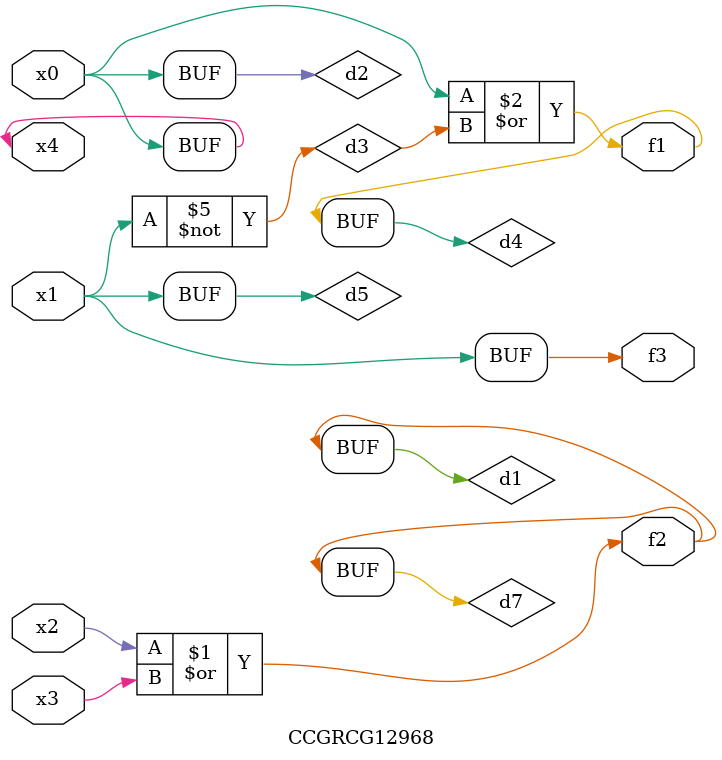
<source format=v>
module CCGRCG12968(
	input x0, x1, x2, x3, x4,
	output f1, f2, f3
);

	wire d1, d2, d3, d4, d5, d6, d7;

	or (d1, x2, x3);
	buf (d2, x0, x4);
	not (d3, x1);
	or (d4, d2, d3);
	not (d5, d3);
	nand (d6, d1, d3);
	or (d7, d1);
	assign f1 = d4;
	assign f2 = d7;
	assign f3 = d5;
endmodule

</source>
